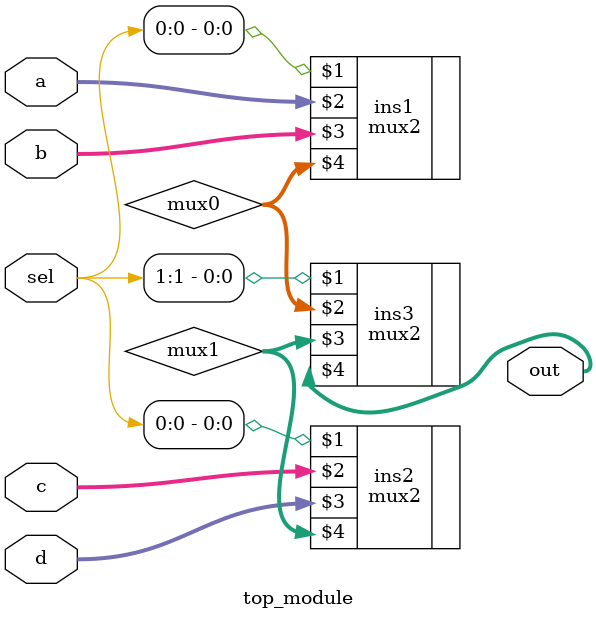
<source format=v>
module top_module (
    input [1:0] sel,
    input [7:0] a,
    input [7:0] b,
    input [7:0] c,
    input [7:0] d,
    output [7:0] out  ); //

    wire [7:0] mux0, mux1;
    mux2 ins1 ( sel[0],    a,    b, mux0 );
    mux2 ins2 ( sel[0],    c,    d, mux1 );
    mux2 ins3 ( sel[1], mux0, mux1,  out );

endmodule

</source>
